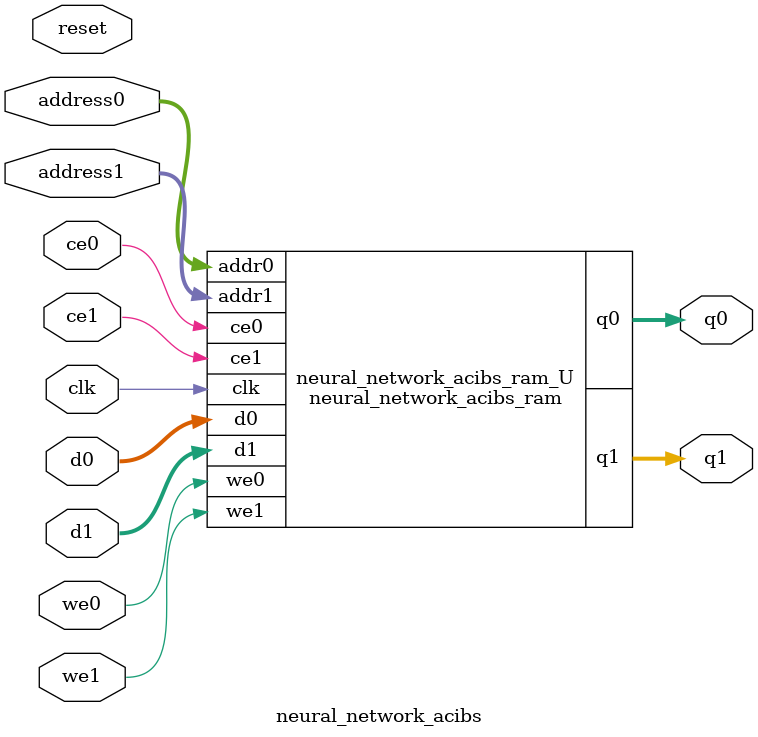
<source format=v>

`timescale 1 ns / 1 ps
module neural_network_acibs_ram (addr0, ce0, d0, we0, q0, addr1, ce1, d1, we1, q1,  clk);

parameter DWIDTH = 128;
parameter AWIDTH = 4;
parameter MEM_SIZE = 10;

input[AWIDTH-1:0] addr0;
input ce0;
input[DWIDTH-1:0] d0;
input we0;
output reg[DWIDTH-1:0] q0;
input[AWIDTH-1:0] addr1;
input ce1;
input[DWIDTH-1:0] d1;
input we1;
output reg[DWIDTH-1:0] q1;
input clk;

(* ram_style = "block" *)reg [DWIDTH-1:0] ram[0:MEM_SIZE-1];




always @(posedge clk)  
begin 
    if (ce0) 
    begin
        if (we0) 
        begin 
            ram[addr0] <= d0; 
            q0 <= d0;
        end 
        else 
            q0 <= ram[addr0];
    end
end


always @(posedge clk)  
begin 
    if (ce1) 
    begin
        if (we1) 
        begin 
            ram[addr1] <= d1; 
            q1 <= d1;
        end 
        else 
            q1 <= ram[addr1];
    end
end


endmodule


`timescale 1 ns / 1 ps
module neural_network_acibs(
    reset,
    clk,
    address0,
    ce0,
    we0,
    d0,
    q0,
    address1,
    ce1,
    we1,
    d1,
    q1);

parameter DataWidth = 32'd128;
parameter AddressRange = 32'd10;
parameter AddressWidth = 32'd4;
input reset;
input clk;
input[AddressWidth - 1:0] address0;
input ce0;
input we0;
input[DataWidth - 1:0] d0;
output[DataWidth - 1:0] q0;
input[AddressWidth - 1:0] address1;
input ce1;
input we1;
input[DataWidth - 1:0] d1;
output[DataWidth - 1:0] q1;



neural_network_acibs_ram neural_network_acibs_ram_U(
    .clk( clk ),
    .addr0( address0 ),
    .ce0( ce0 ),
    .d0( d0 ),
    .we0( we0 ),
    .q0( q0 ),
    .addr1( address1 ),
    .ce1( ce1 ),
    .d1( d1 ),
    .we1( we1 ),
    .q1( q1 ));

endmodule


</source>
